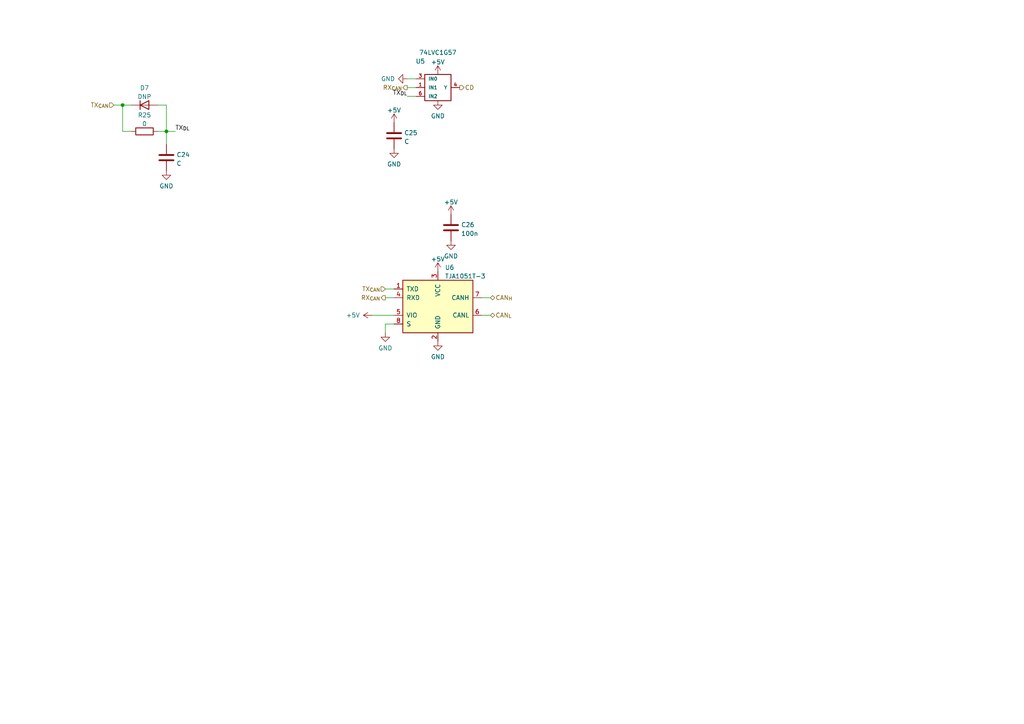
<source format=kicad_sch>
(kicad_sch (version 20230121) (generator eeschema)
  (paper "A4")
  (lib_symbols
    (symbol "74xGxx:74LVC1G57" (pin_names (offset 1.016))
      (property "Reference" "U" (at -2.54 5.08 0))
      (property "Value" "74LVC1G57" (at 0 -5.08 0))
      (symbol "74LVC1G57_0_1"
        (rectangle (start -3.81 3.81) (end 3.81 -3.81) (stroke (width 0.254)))
      )
      (symbol "74LVC1G57_1_1"
        (pin input line (at -6.35 0 0) (length 2.54) (name "IN1") (number "1"))
        (pin power_in line (at 0 -3.81 270) (length 0) hide (name "GND") (number "2"))
        (pin input line (at -6.35 2.54 0) (length 2.54) (name "IN0") (number "3"))
        (pin output line (at 6.35 0 180) (length 2.54) (name "Y") (number "4"))
        (pin power_in line (at 0 3.81 90) (length 0) hide (name "VCC") (number "5"))
        (pin input line (at -6.35 -2.54 0) (length 2.54) (name "IN2") (number "6"))
      )
    )
    (symbol "Device:C" (pin_numbers hide) (pin_names (offset 0.254))
      (property "Reference" "C" (at 0.635 2.54 0))
      (property "Value" "C" (at 0.635 -2.54 0))
      (symbol "C_0_1"
        (polyline (pts (xy -2.032 -0.762) (xy 2.032 -0.762)) (stroke (width 0.508)))
        (polyline (pts (xy -2.032 0.762) (xy 2.032 0.762)) (stroke (width 0.508)))
      )
      (symbol "C_1_1"
        (pin passive line (at 0 3.81 270) (length 2.794) (name "~") (number "1"))
        (pin passive line (at 0 -3.81 90) (length 2.794) (name "~") (number "2"))
      )
    )
    (symbol "Device:D" (pin_numbers hide) (pin_names (offset 1.016) hide)
      (property "Reference" "D" (at 0 2.54 0))
      (property "Value" "D" (at 0 -2.54 0))
      (symbol "D_0_1"
        (polyline (pts (xy -1.27 1.27) (xy -1.27 -1.27)) (stroke (width 0.254)))
        (polyline (pts (xy 1.27 0) (xy -1.27 0)))
        (polyline (pts (xy 1.27 1.27) (xy 1.27 -1.27) (xy -1.27 0) (xy 1.27 1.27)) (stroke (width 0.254)))
      )
      (symbol "D_1_1"
        (pin passive line (at -3.81 0 0) (length 2.54) (name "K") (number "1"))
        (pin passive line (at 3.81 0 180) (length 2.54) (name "A") (number "2"))
      )
    )
    (symbol "Device:R" (pin_numbers hide) (pin_names (offset 0))
      (property "Reference" "R" (at 2.032 0 90))
      (property "Value" "R" (at 0 0 90))
      (symbol "R_0_1"
        (rectangle (start -1.016 -2.54) (end 1.016 2.54) (stroke (width 0.254)))
      )
      (symbol "R_1_1"
        (pin passive line (at 0 3.81 270) (length 1.27) (name "~") (number "1"))
        (pin passive line (at 0 -3.81 90) (length 1.27) (name "~") (number "2"))
      )
    )
    (symbol "Interface_CAN_LIN:TJA1051T-3" (pin_names (offset 1.016))
      (property "Reference" "U" (at -10.16 8.89 0))
      (property "Value" "TJA1051T-3" (at 1.27 8.89 0))
      (symbol "TJA1051T-3_0_1"
        (rectangle (start -10.16 7.62) (end 10.16 -7.62) (stroke (width 0.254)) (fill (type background)))
      )
      (symbol "TJA1051T-3_1_1"
        (pin input line (at -12.7 5.08 0) (length 2.54) (name "TXD") (number "1"))
        (pin power_in line (at 0 -10.16 90) (length 2.54) (name "GND") (number "2"))
        (pin power_in line (at 0 10.16 270) (length 2.54) (name "VCC") (number "3"))
        (pin output line (at -12.7 2.54 0) (length 2.54) (name "RXD") (number "4"))
        (pin power_in line (at -12.7 -2.54 0) (length 2.54) (name "VIO") (number "5"))
        (pin bidirectional line (at 12.7 -2.54 180) (length 2.54) (name "CANL") (number "6"))
        (pin bidirectional line (at 12.7 2.54 180) (length 2.54) (name "CANH") (number "7"))
        (pin input line (at -12.7 -5.08 0) (length 2.54) (name "S") (number "8"))
      )
    )
    (symbol "power:+5V" (power) (pin_names (offset 0))
      (property "Value" "+5V" (at 0 3.556 0))
      (symbol "+5V_0_1"
        (polyline (pts (xy -0.762 1.27) (xy 0 2.54)))
        (polyline (pts (xy 0 0) (xy 0 2.54)))
        (polyline (pts (xy 0 2.54) (xy 0.762 1.27)))
      )
      (symbol "+5V_1_1"
        (pin power_in line (at 0 0 90) (length 0) hide (name "+5V") (number "1"))
      )
    )
    (symbol "power:GND" (power) (pin_names (offset 0))
      (property "Value" "GND" (at 0 -3.81 0))
      (symbol "GND_0_1"
        (polyline (pts (xy 0 0) (xy 0 -1.27) (xy 1.27 -1.27) (xy 0 -2.54) (xy -1.27 -1.27) (xy 0 -1.27)))
      )
      (symbol "GND_1_1"
        (pin power_in line (at 0 0 270) (length 0) hide (name "GND") (number "1"))
      )
    )
  )
  (junction (at 35.56 30.48))
  (junction (at 48.26 38.1))
  (wire (pts (xy 35.56 30.48) (xy 35.56 38.1)))
  (wire (pts (xy 45.72 30.48) (xy 48.26 30.48)))
  (wire (pts (xy 48.26 38.1) (xy 50.8 38.1)))
  (wire (pts (xy 118.11 27.94) (xy 120.65 27.94)))
  (wire (pts (xy 118.11 25.4) (xy 120.65 25.4)))
  (wire (pts (xy 139.7 91.44) (xy 142.24 91.44)))
  (wire (pts (xy 118.11 22.86) (xy 120.65 22.86)))
  (wire (pts (xy 45.72 38.1) (xy 48.26 38.1)))
  (wire (pts (xy 139.7 86.36) (xy 142.24 86.36)))
  (wire (pts (xy 33.02 30.48) (xy 35.56 30.48)))
  (wire (pts (xy 38.1 30.48) (xy 35.56 30.48)))
  (wire (pts (xy 35.56 38.1) (xy 38.1 38.1)))
  (wire (pts (xy 107.95 91.44) (xy 114.3 91.44)))
  (wire (pts (xy 111.76 83.82) (xy 114.3 83.82)))
  (wire (pts (xy 48.26 30.48) (xy 48.26 38.1)))
  (wire (pts (xy 111.76 86.36) (xy 114.3 86.36)))
  (wire (pts (xy 48.26 38.1) (xy 48.26 41.91)))
  (wire (pts (xy 111.76 96.52) (xy 111.76 93.98)))
  (wire (pts (xy 111.76 93.98) (xy 114.3 93.98)))
  (label "TX_{DL}" (at 50.8 38.1 0))
  (label "TX_{DL}" (at 118.11 27.94 180))
  (hierarchical_label "CAN_{L}" (shape bidirectional) (at 142.24 91.44 0))
  (hierarchical_label "TX_{CAN}" (shape input) (at 111.76 83.82 180))
  (hierarchical_label "RX_{CAN}" (shape output) (at 118.11 25.4 180))
  (hierarchical_label "TX_{CAN}" (shape input) (at 33.02 30.48 180))
  (hierarchical_label "CD" (shape output) (at 133.35 25.4 0))
  (hierarchical_label "RX_{CAN}" (shape output) (at 111.76 86.36 180))
  (hierarchical_label "CAN_{H}" (shape bidirectional) (at 142.24 86.36 0))
  (symbol (lib_id "power:+5V") (at 107.95 91.44 90) (unit 1)
    (property "Reference" "#PWR049" (effects hide))
    (property "Value" "+5V" (at 100.33 91.44 90) (effects (justify right)))
  )
  (symbol (lib_id "Device:C") (at 48.26 45.72 0) (unit 1)
    (property "Reference" "C24" (at 51.181 44.8853 0) (effects (justify left)))
    (property "Value" "C" (at 51.181 47.4222 0) (effects (justify left)))
    (property "Footprint" "Capacitor_SMD:C_0402_1005Metric" (effects hide))
  )
  (symbol (lib_id "power:GND") (at 127 99.06 0) (unit 1)
    (property "Reference" "#PWR057" (effects hide))
    (property "Value" "GND" (at 127 103.5034 0))
  )
  (symbol (lib_id "power:+5V") (at 127 78.74 0) (unit 1)
    (property "Reference" "#PWR056" (effects hide))
    (property "Value" "+5V" (at 127 75.1642 0))
  )
  (symbol (lib_id "Device:R") (at 41.91 38.1 270) (unit 1)
    (property "Reference" "R25" (at 41.91 33.3842 90))
    (property "Value" "0" (at 41.91 35.9211 90))
    (property "Footprint" "Resistor_SMD:R_0402_1005Metric" (effects hide))
  )
  (symbol (lib_id "Interface_CAN_LIN:TJA1051T-3") (at 127 88.9 0) (unit 1)
    (property "Reference" "U6" (at 129.0194 77.5802 0) (effects (justify left)))
    (property "Value" "TJA1051T-3" (at 129.0194 80.1171 0) (effects (justify left)))
    (property "Footprint" "Package_SO:SOIC-8_3.9x4.9mm_P1.27mm" (effects hide))
    (property "Datasheet" "http://www.nxp.com/documents/data_sheet/TJA1051.pdf" (effects hide))
  )
  (symbol (lib_id "Device:C") (at 130.81 66.04 180) (unit 1)
    (property "Reference" "C26" (at 133.731 65.2053 0) (effects (justify right)))
    (property "Value" "100n" (at 133.731 67.7422 0) (effects (justify right)))
    (property "Footprint" "Capacitor_SMD:C_0603_1608Metric" (effects hide))
  )
  (symbol (lib_id "power:+5V") (at 130.81 62.23 0) (unit 1)
    (property "Reference" "#PWR058" (effects hide))
    (property "Value" "+5V" (at 130.81 58.6542 0))
  )
  (symbol (lib_id "power:GND") (at 114.3 43.18 0) (unit 1)
    (property "Reference" "#PWR052" (effects hide))
    (property "Value" "GND" (at 114.3 47.6234 0))
  )
  (symbol (lib_id "Device:D") (at 41.91 30.48 0) (unit 1)
    (property "Reference" "D7" (at 41.91 25.5102 0))
    (property "Value" "DNP" (at 41.91 28.0471 0))
    (property "Footprint" "Diode_SMD:D_SOD-523" (effects hide))
  )
  (symbol (lib_id "power:GND") (at 111.76 96.52 0) (unit 1)
    (property "Reference" "#PWR050" (effects hide))
    (property "Value" "GND" (at 111.76 100.9634 0))
  )
  (symbol (lib_id "power:GND") (at 130.81 69.85 0) (unit 1)
    (property "Reference" "#PWR059" (effects hide))
    (property "Value" "GND" (at 130.81 74.2934 0))
  )
  (symbol (lib_id "Device:C") (at 114.3 39.37 0) (unit 1)
    (property "Reference" "C25" (at 117.221 38.5353 0) (effects (justify left)))
    (property "Value" "C" (at 117.221 41.0722 0) (effects (justify left)))
    (property "Footprint" "Capacitor_SMD:C_0402_1005Metric" (effects hide))
  )
  (symbol (lib_id "power:+5V") (at 114.3 35.56 0) (unit 1)
    (property "Reference" "#PWR051" (effects hide))
    (property "Value" "+5V" (at 114.3 31.9842 0))
  )
  (symbol (lib_id "74xGxx:74LVC1G57") (at 127 25.4 0) (unit 1)
    (property "Reference" "U5" (at 121.92 17.78 0))
    (property "Value" "74LVC1G57" (at 127 15.24 0))
    (property "Footprint" "Package_TO_SOT_SMD:SOT-563" (effects hide))
    (property "Datasheet" "http://www.ti.com/lit/sg/scyt129e/scyt129e.pdf" (effects hide))
  )
  (symbol (lib_id "power:+5V") (at 127 21.59 0) (unit 1)
    (property "Reference" "#PWR054" (effects hide))
    (property "Value" "+5V" (at 127 18.0142 0))
  )
  (symbol (lib_id "power:GND") (at 127 29.21 0) (unit 1)
    (property "Reference" "#PWR055" (effects hide))
    (property "Value" "GND" (at 127 33.6534 0))
  )
  (symbol (lib_id "power:GND") (at 118.11 22.86 270) (unit 1)
    (property "Reference" "#PWR053" (effects hide))
    (property "Value" "GND" (at 110.49 22.86 90) (effects (justify left)))
  )
  (symbol (lib_id "power:GND") (at 48.26 49.53 0) (unit 1)
    (property "Reference" "#PWR048" (effects hide))
    (property "Value" "GND" (at 48.26 53.9734 0))
  )
)
</source>
